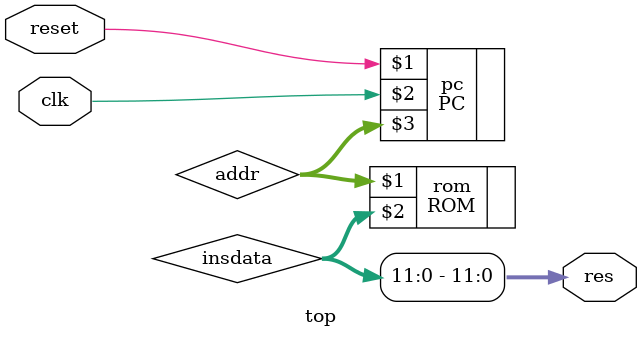
<source format=v>
`timescale 1ns / 1ps

module top(
		input reset,
		input clk,
		output [11:0] res
    );
    wire [31:0] addr;
    wire [31:0] insdata;
    PC pc(reset, clk, addr);
    ROM rom(addr, insdata);
    assign res = insdata[11:0];
endmodule

</source>
